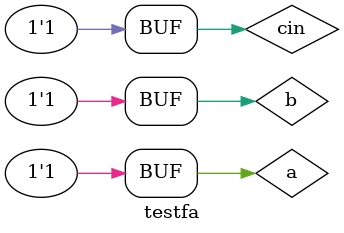
<source format=v>
`timescale 1ns / 1ps


module testfa;

	// Inputs
	reg a;
	reg b;
	reg cin;

	// Outputs
	wire sum;
	wire cout;

	// Instantiate the Unit Under Test (UUT)
	fa uut (
		.a(a), 
		.b(b), 
		.cin(cin), 
		.sum(sum), 
		.cout(cout)
	);

	initial begin
		// Initialize Inputs
		a = 0;
		b = 0;
		cin = 0;

		// Wait 100 ns for global reset to finish
		#100;
      a = 0;
		b = 0;
		cin = 1;
		
      #100;
      a = 0;
		b = 1;
		cin = 0;
      
		#100;
      a = 0;
		b = 1;
		cin = 1;
		
		#100;
      a = 1;
		b = 0;
		cin = 0;
		
		#100;
      a = 1;
		b = 0;
		cin = 1;
		
		#100;
      a = 1;
		b = 1;
		cin = 0;
		
		#100;
      a = 1;
		b = 1;
		cin = 1;
		// Add stimulus here

	end
      
endmodule


</source>
